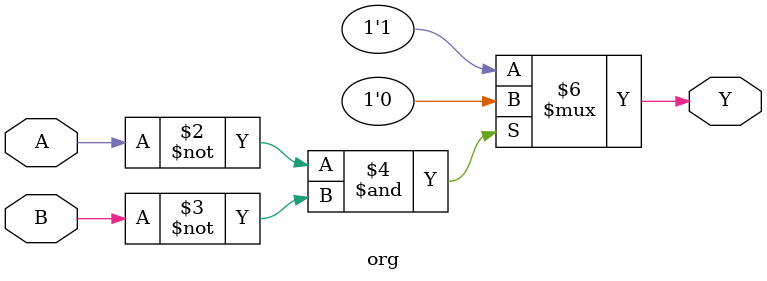
<source format=v>
module org(A,B,Y);
  input A,B;
  output reg Y;
  
  always @ (A or B) begin
    if (A == 1'b0 & B == 1'b0) begin
        Y = 1'b0;
    end
    else 
        Y = 1'b1; 
end
endmodule

</source>
